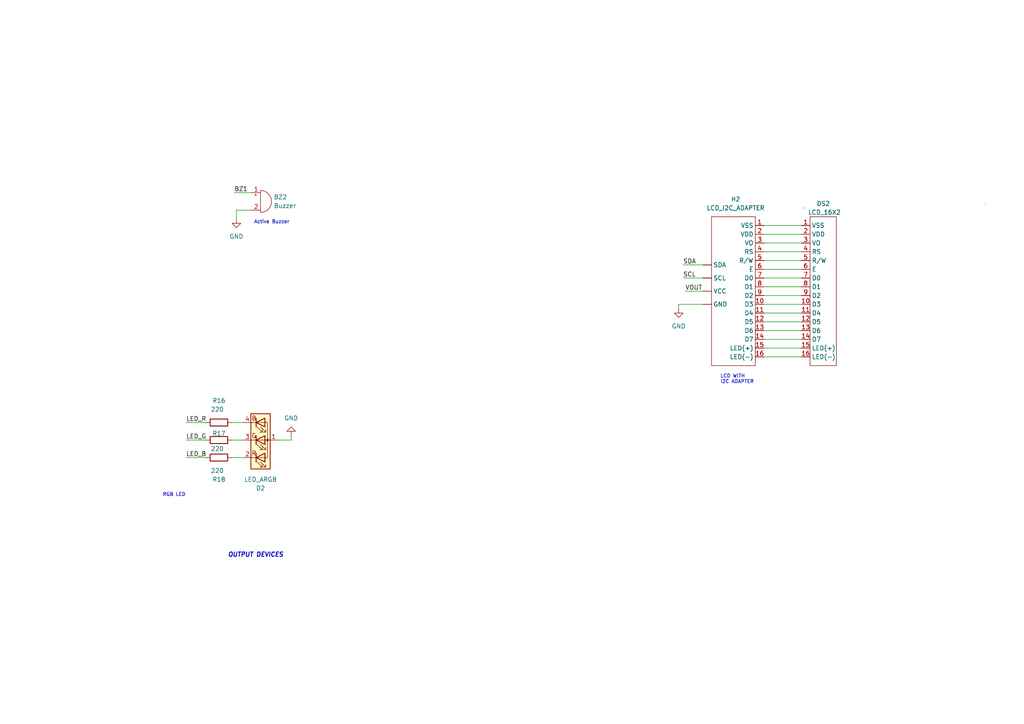
<source format=kicad_sch>
(kicad_sch (version 20211123) (generator eeschema)

  (uuid b85c3eba-edac-4af3-9846-a307b059639b)

  (paper "A4")

  (lib_symbols
    (symbol "Automated_Window:LCD_16X2" (in_bom yes) (on_board yes)
      (property "Reference" "DS?" (id 0) (at -2.54 8.89 0)
        (effects (font (size 1.27 1.27)))
      )
      (property "Value" "LCD_16X2" (id 1) (at 0 6.35 0)
        (effects (font (size 1.27 1.27)))
      )
      (property "Footprint" "" (id 2) (at 0 0 0)
        (effects (font (size 1.27 1.27)) hide)
      )
      (property "Datasheet" "" (id 3) (at 0 0 0)
        (effects (font (size 1.27 1.27)) hide)
      )
      (symbol "LCD_16X2_0_1"
        (rectangle (start -3.81 5.08) (end 3.81 -38.1)
          (stroke (width 0) (type default) (color 0 0 0 0))
          (fill (type none))
        )
        (rectangle (start 46.99 8.89) (end 46.99 8.89)
          (stroke (width 0) (type default) (color 0 0 0 0))
          (fill (type none))
        )
        (rectangle (start 46.99 8.89) (end 46.99 8.89)
          (stroke (width 0) (type default) (color 0 0 0 0))
          (fill (type background))
        )
      )
      (symbol "LCD_16X2_1_1"
        (pin input line (at -6.35 2.54 0) (length 2.54)
          (name "VSS" (effects (font (size 1.27 1.27))))
          (number "1" (effects (font (size 1.27 1.27))))
        )
        (pin input line (at -6.35 -20.32 0) (length 2.54)
          (name "D3" (effects (font (size 1.27 1.27))))
          (number "10" (effects (font (size 1.27 1.27))))
        )
        (pin input line (at -6.35 -22.86 0) (length 2.54)
          (name "D4" (effects (font (size 1.27 1.27))))
          (number "11" (effects (font (size 1.27 1.27))))
        )
        (pin input line (at -6.35 -25.4 0) (length 2.54)
          (name "D5" (effects (font (size 1.27 1.27))))
          (number "12" (effects (font (size 1.27 1.27))))
        )
        (pin input line (at -6.35 -27.94 0) (length 2.54)
          (name "D6" (effects (font (size 1.27 1.27))))
          (number "13" (effects (font (size 1.27 1.27))))
        )
        (pin input line (at -6.35 -30.48 0) (length 2.54)
          (name "D7" (effects (font (size 1.27 1.27))))
          (number "14" (effects (font (size 1.27 1.27))))
        )
        (pin input line (at -6.35 -33.02 0) (length 2.54)
          (name "LED(+)" (effects (font (size 1.27 1.27))))
          (number "15" (effects (font (size 1.27 1.27))))
        )
        (pin input line (at -6.35 -35.56 0) (length 2.54)
          (name "LED(-)" (effects (font (size 1.27 1.27))))
          (number "16" (effects (font (size 1.27 1.27))))
        )
        (pin input line (at -6.35 0 0) (length 2.54)
          (name "VDD" (effects (font (size 1.27 1.27))))
          (number "2" (effects (font (size 1.27 1.27))))
        )
        (pin input line (at -6.35 -2.54 0) (length 2.54)
          (name "VO" (effects (font (size 1.27 1.27))))
          (number "3" (effects (font (size 1.27 1.27))))
        )
        (pin input line (at -6.35 -5.08 0) (length 2.54)
          (name "RS" (effects (font (size 1.27 1.27))))
          (number "4" (effects (font (size 1.27 1.27))))
        )
        (pin input line (at -6.35 -7.62 0) (length 2.54)
          (name "R/W" (effects (font (size 1.27 1.27))))
          (number "5" (effects (font (size 1.27 1.27))))
        )
        (pin input line (at -6.35 -10.16 0) (length 2.54)
          (name "E" (effects (font (size 1.27 1.27))))
          (number "6" (effects (font (size 1.27 1.27))))
        )
        (pin input line (at -6.35 -12.7 0) (length 2.54)
          (name "D0" (effects (font (size 1.27 1.27))))
          (number "7" (effects (font (size 1.27 1.27))))
        )
        (pin input line (at -6.35 -15.24 0) (length 2.54)
          (name "D1" (effects (font (size 1.27 1.27))))
          (number "8" (effects (font (size 1.27 1.27))))
        )
        (pin input line (at -6.35 -17.78 0) (length 2.54)
          (name "D2" (effects (font (size 1.27 1.27))))
          (number "9" (effects (font (size 1.27 1.27))))
        )
      )
    )
    (symbol "Automated_Window:LCD_I2C_ADAPTER" (in_bom yes) (on_board yes)
      (property "Reference" "H?" (id 0) (at 0 20.32 0)
        (effects (font (size 1.27 1.27)))
      )
      (property "Value" "LCD_I2C_ADAPTER" (id 1) (at 0 17.78 0)
        (effects (font (size 1.27 1.27)))
      )
      (property "Footprint" "" (id 2) (at 0 0 0)
        (effects (font (size 1.27 1.27)) hide)
      )
      (property "Datasheet" "" (id 3) (at 0 0 0)
        (effects (font (size 1.27 1.27)) hide)
      )
      (symbol "LCD_I2C_ADAPTER_0_1"
        (rectangle (start -3.81 13.97) (end 8.89 -29.21)
          (stroke (width 0) (type default) (color 0 0 0 0))
          (fill (type none))
        )
        (rectangle (start 22.86 16.51) (end 22.86 16.51)
          (stroke (width 0) (type default) (color 0 0 0 0))
          (fill (type none))
        )
        (rectangle (start 22.86 16.51) (end 22.86 16.51)
          (stroke (width 0) (type default) (color 0 0 0 0))
          (fill (type none))
        )
        (rectangle (start 22.86 16.51) (end 22.86 16.51)
          (stroke (width 0) (type default) (color 0 0 0 0))
          (fill (type none))
        )
        (rectangle (start 22.86 16.51) (end 22.86 16.51)
          (stroke (width 0) (type default) (color 0 0 0 0))
          (fill (type none))
        )
      )
      (symbol "LCD_I2C_ADAPTER_1_1"
        (pin input line (at -6.35 -11.43 0) (length 2.54)
          (name "GND" (effects (font (size 1.27 1.27))))
          (number "" (effects (font (size 1.27 1.27))))
        )
        (pin input line (at -6.35 -3.81 0) (length 2.54)
          (name "SCL" (effects (font (size 1.27 1.27))))
          (number "" (effects (font (size 1.27 1.27))))
        )
        (pin input line (at -6.35 0 0) (length 2.54)
          (name "SDA" (effects (font (size 1.27 1.27))))
          (number "" (effects (font (size 1.27 1.27))))
        )
        (pin input line (at -6.35 -7.62 0) (length 2.54)
          (name "VCC" (effects (font (size 1.27 1.27))))
          (number "" (effects (font (size 1.27 1.27))))
        )
        (pin output line (at 11.43 11.43 180) (length 2.54)
          (name "VSS" (effects (font (size 1.27 1.27))))
          (number "1" (effects (font (size 1.27 1.27))))
        )
        (pin output line (at 11.43 -11.43 180) (length 2.54)
          (name "D3" (effects (font (size 1.27 1.27))))
          (number "10" (effects (font (size 1.27 1.27))))
        )
        (pin output line (at 11.43 -13.97 180) (length 2.54)
          (name "D4" (effects (font (size 1.27 1.27))))
          (number "11" (effects (font (size 1.27 1.27))))
        )
        (pin output line (at 11.43 -16.51 180) (length 2.54)
          (name "D5" (effects (font (size 1.27 1.27))))
          (number "12" (effects (font (size 1.27 1.27))))
        )
        (pin output line (at 11.43 -19.05 180) (length 2.54)
          (name "D6" (effects (font (size 1.27 1.27))))
          (number "13" (effects (font (size 1.27 1.27))))
        )
        (pin output line (at 11.43 -21.59 180) (length 2.54)
          (name "D7" (effects (font (size 1.27 1.27))))
          (number "14" (effects (font (size 1.27 1.27))))
        )
        (pin output line (at 11.43 -24.13 180) (length 2.54)
          (name "LED(+)" (effects (font (size 1.27 1.27))))
          (number "15" (effects (font (size 1.27 1.27))))
        )
        (pin output line (at 11.43 -26.67 180) (length 2.54)
          (name "LED(-)" (effects (font (size 1.27 1.27))))
          (number "16" (effects (font (size 1.27 1.27))))
        )
        (pin output line (at 11.43 8.89 180) (length 2.54)
          (name "VDD" (effects (font (size 1.27 1.27))))
          (number "2" (effects (font (size 1.27 1.27))))
        )
        (pin output line (at 11.43 6.35 180) (length 2.54)
          (name "VO" (effects (font (size 1.27 1.27))))
          (number "3" (effects (font (size 1.27 1.27))))
        )
        (pin output line (at 11.43 3.81 180) (length 2.54)
          (name "RS" (effects (font (size 1.27 1.27))))
          (number "4" (effects (font (size 1.27 1.27))))
        )
        (pin output line (at 11.43 1.27 180) (length 2.54)
          (name "R/W" (effects (font (size 1.27 1.27))))
          (number "5" (effects (font (size 1.27 1.27))))
        )
        (pin output line (at 11.43 -1.27 180) (length 2.54)
          (name "E" (effects (font (size 1.27 1.27))))
          (number "6" (effects (font (size 1.27 1.27))))
        )
        (pin output line (at 11.43 -3.81 180) (length 2.54)
          (name "D0" (effects (font (size 1.27 1.27))))
          (number "7" (effects (font (size 1.27 1.27))))
        )
        (pin output line (at 11.43 -6.35 180) (length 2.54)
          (name "D1" (effects (font (size 1.27 1.27))))
          (number "8" (effects (font (size 1.27 1.27))))
        )
        (pin output line (at 11.43 -8.89 180) (length 2.54)
          (name "D2" (effects (font (size 1.27 1.27))))
          (number "9" (effects (font (size 1.27 1.27))))
        )
      )
    )
    (symbol "Device:Buzzer" (pin_names (offset 0.0254) hide) (in_bom yes) (on_board yes)
      (property "Reference" "BZ" (id 0) (at 3.81 1.27 0)
        (effects (font (size 1.27 1.27)) (justify left))
      )
      (property "Value" "Buzzer" (id 1) (at 3.81 -1.27 0)
        (effects (font (size 1.27 1.27)) (justify left))
      )
      (property "Footprint" "" (id 2) (at -0.635 2.54 90)
        (effects (font (size 1.27 1.27)) hide)
      )
      (property "Datasheet" "~" (id 3) (at -0.635 2.54 90)
        (effects (font (size 1.27 1.27)) hide)
      )
      (property "ki_keywords" "quartz resonator ceramic" (id 4) (at 0 0 0)
        (effects (font (size 1.27 1.27)) hide)
      )
      (property "ki_description" "Buzzer, polarized" (id 5) (at 0 0 0)
        (effects (font (size 1.27 1.27)) hide)
      )
      (property "ki_fp_filters" "*Buzzer*" (id 6) (at 0 0 0)
        (effects (font (size 1.27 1.27)) hide)
      )
      (symbol "Buzzer_0_1"
        (arc (start 0 -3.175) (mid 3.175 0) (end 0 3.175)
          (stroke (width 0) (type default) (color 0 0 0 0))
          (fill (type none))
        )
        (polyline
          (pts
            (xy -1.651 1.905)
            (xy -1.143 1.905)
          )
          (stroke (width 0) (type default) (color 0 0 0 0))
          (fill (type none))
        )
        (polyline
          (pts
            (xy -1.397 2.159)
            (xy -1.397 1.651)
          )
          (stroke (width 0) (type default) (color 0 0 0 0))
          (fill (type none))
        )
        (polyline
          (pts
            (xy 0 3.175)
            (xy 0 -3.175)
          )
          (stroke (width 0) (type default) (color 0 0 0 0))
          (fill (type none))
        )
      )
      (symbol "Buzzer_1_1"
        (pin passive line (at -2.54 2.54 0) (length 2.54)
          (name "-" (effects (font (size 1.27 1.27))))
          (number "1" (effects (font (size 1.27 1.27))))
        )
        (pin passive line (at -2.54 -2.54 0) (length 2.54)
          (name "+" (effects (font (size 1.27 1.27))))
          (number "2" (effects (font (size 1.27 1.27))))
        )
      )
    )
    (symbol "Device:LED_ARGB" (pin_names (offset 0) hide) (in_bom yes) (on_board yes)
      (property "Reference" "D" (id 0) (at 0 9.398 0)
        (effects (font (size 1.27 1.27)))
      )
      (property "Value" "LED_ARGB" (id 1) (at 0 -8.89 0)
        (effects (font (size 1.27 1.27)))
      )
      (property "Footprint" "" (id 2) (at 0 -1.27 0)
        (effects (font (size 1.27 1.27)) hide)
      )
      (property "Datasheet" "~" (id 3) (at 0 -1.27 0)
        (effects (font (size 1.27 1.27)) hide)
      )
      (property "ki_keywords" "LED RGB diode" (id 4) (at 0 0 0)
        (effects (font (size 1.27 1.27)) hide)
      )
      (property "ki_description" "RGB LED, anode/red/green/blue" (id 5) (at 0 0 0)
        (effects (font (size 1.27 1.27)) hide)
      )
      (property "ki_fp_filters" "LED* LED_SMD:* LED_THT:*" (id 6) (at 0 0 0)
        (effects (font (size 1.27 1.27)) hide)
      )
      (symbol "LED_ARGB_0_0"
        (text "B" (at -1.905 -6.35 0)
          (effects (font (size 1.27 1.27)))
        )
        (text "G" (at -1.905 -1.27 0)
          (effects (font (size 1.27 1.27)))
        )
        (text "R" (at -1.905 3.81 0)
          (effects (font (size 1.27 1.27)))
        )
      )
      (symbol "LED_ARGB_0_1"
        (polyline
          (pts
            (xy -1.27 -5.08)
            (xy -2.54 -5.08)
          )
          (stroke (width 0) (type default) (color 0 0 0 0))
          (fill (type none))
        )
        (polyline
          (pts
            (xy -1.27 -5.08)
            (xy 1.27 -5.08)
          )
          (stroke (width 0) (type default) (color 0 0 0 0))
          (fill (type none))
        )
        (polyline
          (pts
            (xy -1.27 -3.81)
            (xy -1.27 -6.35)
          )
          (stroke (width 0.254) (type default) (color 0 0 0 0))
          (fill (type none))
        )
        (polyline
          (pts
            (xy -1.27 0)
            (xy -2.54 0)
          )
          (stroke (width 0) (type default) (color 0 0 0 0))
          (fill (type none))
        )
        (polyline
          (pts
            (xy -1.27 1.27)
            (xy -1.27 -1.27)
          )
          (stroke (width 0.254) (type default) (color 0 0 0 0))
          (fill (type none))
        )
        (polyline
          (pts
            (xy -1.27 5.08)
            (xy -2.54 5.08)
          )
          (stroke (width 0) (type default) (color 0 0 0 0))
          (fill (type none))
        )
        (polyline
          (pts
            (xy -1.27 5.08)
            (xy 1.27 5.08)
          )
          (stroke (width 0) (type default) (color 0 0 0 0))
          (fill (type none))
        )
        (polyline
          (pts
            (xy -1.27 6.35)
            (xy -1.27 3.81)
          )
          (stroke (width 0.254) (type default) (color 0 0 0 0))
          (fill (type none))
        )
        (polyline
          (pts
            (xy 1.27 0)
            (xy -1.27 0)
          )
          (stroke (width 0) (type default) (color 0 0 0 0))
          (fill (type none))
        )
        (polyline
          (pts
            (xy 1.27 0)
            (xy 2.54 0)
          )
          (stroke (width 0) (type default) (color 0 0 0 0))
          (fill (type none))
        )
        (polyline
          (pts
            (xy -1.27 1.27)
            (xy -1.27 -1.27)
            (xy -1.27 -1.27)
          )
          (stroke (width 0) (type default) (color 0 0 0 0))
          (fill (type none))
        )
        (polyline
          (pts
            (xy -1.27 6.35)
            (xy -1.27 3.81)
            (xy -1.27 3.81)
          )
          (stroke (width 0) (type default) (color 0 0 0 0))
          (fill (type none))
        )
        (polyline
          (pts
            (xy 1.27 -5.08)
            (xy 2.032 -5.08)
            (xy 2.032 5.08)
            (xy 1.27 5.08)
          )
          (stroke (width 0) (type default) (color 0 0 0 0))
          (fill (type none))
        )
        (polyline
          (pts
            (xy 1.27 -3.81)
            (xy 1.27 -6.35)
            (xy -1.27 -5.08)
            (xy 1.27 -3.81)
          )
          (stroke (width 0.254) (type default) (color 0 0 0 0))
          (fill (type none))
        )
        (polyline
          (pts
            (xy 1.27 1.27)
            (xy 1.27 -1.27)
            (xy -1.27 0)
            (xy 1.27 1.27)
          )
          (stroke (width 0.254) (type default) (color 0 0 0 0))
          (fill (type none))
        )
        (polyline
          (pts
            (xy 1.27 6.35)
            (xy 1.27 3.81)
            (xy -1.27 5.08)
            (xy 1.27 6.35)
          )
          (stroke (width 0.254) (type default) (color 0 0 0 0))
          (fill (type none))
        )
        (polyline
          (pts
            (xy -1.016 -3.81)
            (xy 0.508 -2.286)
            (xy -0.254 -2.286)
            (xy 0.508 -2.286)
            (xy 0.508 -3.048)
          )
          (stroke (width 0) (type default) (color 0 0 0 0))
          (fill (type none))
        )
        (polyline
          (pts
            (xy -1.016 1.27)
            (xy 0.508 2.794)
            (xy -0.254 2.794)
            (xy 0.508 2.794)
            (xy 0.508 2.032)
          )
          (stroke (width 0) (type default) (color 0 0 0 0))
          (fill (type none))
        )
        (polyline
          (pts
            (xy -1.016 6.35)
            (xy 0.508 7.874)
            (xy -0.254 7.874)
            (xy 0.508 7.874)
            (xy 0.508 7.112)
          )
          (stroke (width 0) (type default) (color 0 0 0 0))
          (fill (type none))
        )
        (polyline
          (pts
            (xy 0 -3.81)
            (xy 1.524 -2.286)
            (xy 0.762 -2.286)
            (xy 1.524 -2.286)
            (xy 1.524 -3.048)
          )
          (stroke (width 0) (type default) (color 0 0 0 0))
          (fill (type none))
        )
        (polyline
          (pts
            (xy 0 1.27)
            (xy 1.524 2.794)
            (xy 0.762 2.794)
            (xy 1.524 2.794)
            (xy 1.524 2.032)
          )
          (stroke (width 0) (type default) (color 0 0 0 0))
          (fill (type none))
        )
        (polyline
          (pts
            (xy 0 6.35)
            (xy 1.524 7.874)
            (xy 0.762 7.874)
            (xy 1.524 7.874)
            (xy 1.524 7.112)
          )
          (stroke (width 0) (type default) (color 0 0 0 0))
          (fill (type none))
        )
        (rectangle (start 1.27 -1.27) (end 1.27 1.27)
          (stroke (width 0) (type default) (color 0 0 0 0))
          (fill (type none))
        )
        (rectangle (start 1.27 1.27) (end 1.27 1.27)
          (stroke (width 0) (type default) (color 0 0 0 0))
          (fill (type none))
        )
        (rectangle (start 1.27 3.81) (end 1.27 6.35)
          (stroke (width 0) (type default) (color 0 0 0 0))
          (fill (type none))
        )
        (rectangle (start 1.27 6.35) (end 1.27 6.35)
          (stroke (width 0) (type default) (color 0 0 0 0))
          (fill (type none))
        )
        (circle (center 2.032 0) (radius 0.254)
          (stroke (width 0) (type default) (color 0 0 0 0))
          (fill (type outline))
        )
        (rectangle (start 2.794 8.382) (end -2.794 -7.62)
          (stroke (width 0.254) (type default) (color 0 0 0 0))
          (fill (type background))
        )
      )
      (symbol "LED_ARGB_1_1"
        (pin passive line (at 5.08 0 180) (length 2.54)
          (name "A" (effects (font (size 1.27 1.27))))
          (number "1" (effects (font (size 1.27 1.27))))
        )
        (pin passive line (at -5.08 5.08 0) (length 2.54)
          (name "RK" (effects (font (size 1.27 1.27))))
          (number "2" (effects (font (size 1.27 1.27))))
        )
        (pin passive line (at -5.08 0 0) (length 2.54)
          (name "GK" (effects (font (size 1.27 1.27))))
          (number "3" (effects (font (size 1.27 1.27))))
        )
        (pin passive line (at -5.08 -5.08 0) (length 2.54)
          (name "BK" (effects (font (size 1.27 1.27))))
          (number "4" (effects (font (size 1.27 1.27))))
        )
      )
    )
    (symbol "Device:R" (pin_numbers hide) (pin_names (offset 0)) (in_bom yes) (on_board yes)
      (property "Reference" "R" (id 0) (at 2.032 0 90)
        (effects (font (size 1.27 1.27)))
      )
      (property "Value" "R" (id 1) (at 0 0 90)
        (effects (font (size 1.27 1.27)))
      )
      (property "Footprint" "" (id 2) (at -1.778 0 90)
        (effects (font (size 1.27 1.27)) hide)
      )
      (property "Datasheet" "~" (id 3) (at 0 0 0)
        (effects (font (size 1.27 1.27)) hide)
      )
      (property "ki_keywords" "R res resistor" (id 4) (at 0 0 0)
        (effects (font (size 1.27 1.27)) hide)
      )
      (property "ki_description" "Resistor" (id 5) (at 0 0 0)
        (effects (font (size 1.27 1.27)) hide)
      )
      (property "ki_fp_filters" "R_*" (id 6) (at 0 0 0)
        (effects (font (size 1.27 1.27)) hide)
      )
      (symbol "R_0_1"
        (rectangle (start -1.016 -2.54) (end 1.016 2.54)
          (stroke (width 0.254) (type default) (color 0 0 0 0))
          (fill (type none))
        )
      )
      (symbol "R_1_1"
        (pin passive line (at 0 3.81 270) (length 1.27)
          (name "~" (effects (font (size 1.27 1.27))))
          (number "1" (effects (font (size 1.27 1.27))))
        )
        (pin passive line (at 0 -3.81 90) (length 1.27)
          (name "~" (effects (font (size 1.27 1.27))))
          (number "2" (effects (font (size 1.27 1.27))))
        )
      )
    )
    (symbol "power:GND" (power) (pin_names (offset 0)) (in_bom yes) (on_board yes)
      (property "Reference" "#PWR" (id 0) (at 0 -6.35 0)
        (effects (font (size 1.27 1.27)) hide)
      )
      (property "Value" "GND" (id 1) (at 0 -3.81 0)
        (effects (font (size 1.27 1.27)))
      )
      (property "Footprint" "" (id 2) (at 0 0 0)
        (effects (font (size 1.27 1.27)) hide)
      )
      (property "Datasheet" "" (id 3) (at 0 0 0)
        (effects (font (size 1.27 1.27)) hide)
      )
      (property "ki_keywords" "power-flag" (id 4) (at 0 0 0)
        (effects (font (size 1.27 1.27)) hide)
      )
      (property "ki_description" "Power symbol creates a global label with name \"GND\" , ground" (id 5) (at 0 0 0)
        (effects (font (size 1.27 1.27)) hide)
      )
      (symbol "GND_0_1"
        (polyline
          (pts
            (xy 0 0)
            (xy 0 -1.27)
            (xy 1.27 -1.27)
            (xy 0 -2.54)
            (xy -1.27 -1.27)
            (xy 0 -1.27)
          )
          (stroke (width 0) (type default) (color 0 0 0 0))
          (fill (type none))
        )
      )
      (symbol "GND_1_1"
        (pin power_in line (at 0 0 270) (length 0) hide
          (name "GND" (effects (font (size 1.27 1.27))))
          (number "1" (effects (font (size 1.27 1.27))))
        )
      )
    )
  )


  (wire (pts (xy 221.615 67.945) (xy 232.41 67.945))
    (stroke (width 0) (type default) (color 0 0 0 0))
    (uuid 05d4ae34-c5af-451d-8971-e2d780971ea5)
  )
  (wire (pts (xy 70.485 127.635) (xy 67.31 127.635))
    (stroke (width 0) (type default) (color 0 0 0 0))
    (uuid 06252afd-8fc3-42ea-91b1-f562ec0cd052)
  )
  (wire (pts (xy 221.615 103.505) (xy 232.41 103.505))
    (stroke (width 0) (type default) (color 0 0 0 0))
    (uuid 1121d814-2e18-4cb5-b3d0-6d963326d8ae)
  )
  (wire (pts (xy 198.755 84.455) (xy 203.835 84.455))
    (stroke (width 0) (type default) (color 0 0 0 0))
    (uuid 151f0dcb-4a4a-4eef-ae35-1af684b2169d)
  )
  (wire (pts (xy 59.69 127.635) (xy 53.975 127.635))
    (stroke (width 0) (type default) (color 0 0 0 0))
    (uuid 173fc365-e454-4b23-971a-c7d44983a95e)
  )
  (wire (pts (xy 221.615 83.185) (xy 232.41 83.185))
    (stroke (width 0) (type default) (color 0 0 0 0))
    (uuid 18e05207-3c5f-4ff2-b1e4-0b5a7b94f507)
  )
  (wire (pts (xy 221.615 90.805) (xy 232.41 90.805))
    (stroke (width 0) (type default) (color 0 0 0 0))
    (uuid 2da4c383-4000-412e-98fa-22670a9b522b)
  )
  (wire (pts (xy 221.615 80.645) (xy 232.41 80.645))
    (stroke (width 0) (type default) (color 0 0 0 0))
    (uuid 355ee9ba-6a3f-4a0c-9c91-564e165a97f9)
  )
  (wire (pts (xy 221.615 95.885) (xy 232.41 95.885))
    (stroke (width 0) (type default) (color 0 0 0 0))
    (uuid 4ff49dea-5308-433c-baef-9c36ef0facc5)
  )
  (wire (pts (xy 221.615 100.965) (xy 232.41 100.965))
    (stroke (width 0) (type default) (color 0 0 0 0))
    (uuid 5b647e2d-c494-4c98-8ede-897622927330)
  )
  (wire (pts (xy 70.485 132.715) (xy 67.31 132.715))
    (stroke (width 0) (type default) (color 0 0 0 0))
    (uuid 62902ae2-08d8-4dcc-a0ba-63309c04a97f)
  )
  (wire (pts (xy 221.615 70.485) (xy 232.41 70.485))
    (stroke (width 0) (type default) (color 0 0 0 0))
    (uuid 64300675-8ae6-4a38-8491-b7d6c79bafa9)
  )
  (wire (pts (xy 84.455 127.635) (xy 84.455 126.365))
    (stroke (width 0) (type default) (color 0 0 0 0))
    (uuid 6a4182eb-63c3-4d3f-936d-b1b071ae8c09)
  )
  (wire (pts (xy 221.615 98.425) (xy 232.41 98.425))
    (stroke (width 0) (type default) (color 0 0 0 0))
    (uuid 6dec0357-a1f7-4a7e-96bd-63a4ed2f3ee9)
  )
  (wire (pts (xy 68.58 60.96) (xy 73.025 60.96))
    (stroke (width 0) (type default) (color 0 0 0 0))
    (uuid 77d60a6e-da17-4867-9957-e0e0423d1afd)
  )
  (wire (pts (xy 221.615 85.725) (xy 232.41 85.725))
    (stroke (width 0) (type default) (color 0 0 0 0))
    (uuid 7d970060-676e-4316-aa4d-42bd26253f5b)
  )
  (wire (pts (xy 221.615 88.265) (xy 232.41 88.265))
    (stroke (width 0) (type default) (color 0 0 0 0))
    (uuid 85f477e3-7c17-4cbf-a9f6-0f7671217b1f)
  )
  (wire (pts (xy 221.615 75.565) (xy 232.41 75.565))
    (stroke (width 0) (type default) (color 0 0 0 0))
    (uuid 879ce47f-2f84-4e9c-ae57-d3cee9620d93)
  )
  (wire (pts (xy 198.12 80.645) (xy 203.835 80.645))
    (stroke (width 0) (type default) (color 0 0 0 0))
    (uuid 8bac4df4-a878-44a6-b2c8-135612a3088f)
  )
  (wire (pts (xy 80.645 127.635) (xy 84.455 127.635))
    (stroke (width 0) (type default) (color 0 0 0 0))
    (uuid a65072e9-2ffa-48b3-bf78-f0bf947095bf)
  )
  (wire (pts (xy 221.615 93.345) (xy 232.41 93.345))
    (stroke (width 0) (type default) (color 0 0 0 0))
    (uuid bb8b6869-cd80-4bee-8540-e9679b5d403c)
  )
  (wire (pts (xy 67.945 55.88) (xy 73.025 55.88))
    (stroke (width 0) (type default) (color 0 0 0 0))
    (uuid c069a74a-20fa-4126-ac47-59009708ee60)
  )
  (wire (pts (xy 198.12 76.835) (xy 203.835 76.835))
    (stroke (width 0) (type default) (color 0 0 0 0))
    (uuid c49e9e19-c57b-42d1-8674-b47b4d105f63)
  )
  (wire (pts (xy 196.85 88.265) (xy 196.85 89.535))
    (stroke (width 0) (type default) (color 0 0 0 0))
    (uuid c5f8e4d9-0482-4fcd-8113-fc865da02ea3)
  )
  (wire (pts (xy 196.85 88.265) (xy 203.835 88.265))
    (stroke (width 0) (type default) (color 0 0 0 0))
    (uuid cd730ec5-143c-4c01-83bd-d36f2048be0c)
  )
  (wire (pts (xy 59.69 122.555) (xy 53.975 122.555))
    (stroke (width 0) (type default) (color 0 0 0 0))
    (uuid d38a374d-6383-41cc-8496-4ff432c1002b)
  )
  (wire (pts (xy 221.615 73.025) (xy 232.41 73.025))
    (stroke (width 0) (type default) (color 0 0 0 0))
    (uuid d873824b-2441-493b-80b7-f2c84952a69c)
  )
  (wire (pts (xy 68.58 63.5) (xy 68.58 60.96))
    (stroke (width 0) (type default) (color 0 0 0 0))
    (uuid e5bfd807-bf8d-4d6c-b74d-5971d0fc0257)
  )
  (wire (pts (xy 59.69 132.715) (xy 53.975 132.715))
    (stroke (width 0) (type default) (color 0 0 0 0))
    (uuid f2248ab3-f76c-47e7-bf60-3947c114dd65)
  )
  (wire (pts (xy 221.615 65.405) (xy 232.41 65.405))
    (stroke (width 0) (type default) (color 0 0 0 0))
    (uuid f23d045f-7e64-49a0-8831-bf8d914a7ed6)
  )
  (wire (pts (xy 221.615 78.105) (xy 232.41 78.105))
    (stroke (width 0) (type default) (color 0 0 0 0))
    (uuid f41185aa-f850-431c-afc6-0233b0b75414)
  )
  (wire (pts (xy 67.31 122.555) (xy 70.485 122.555))
    (stroke (width 0) (type default) (color 0 0 0 0))
    (uuid fe3aa654-afd2-4fee-9f95-6fadbc4c4040)
  )

  (text "LCD WITH \nI2C ADAPTER\n\n" (at 208.915 113.03 0)
    (effects (font (size 1 1)) (justify left bottom))
    (uuid 299a7423-0ccd-4718-a865-a1e0fa75fedc)
  )
  (text "OUTPUT DEVICES\n\n" (at 66.04 163.83 0)
    (effects (font (size 1.27 1.27) (thickness 0.254) bold italic) (justify left bottom))
    (uuid 32f01e83-82af-4d2c-b282-0db5da1faeb8)
  )
  (text "RGB LED					" (at 71.12 144.145 180)
    (effects (font (size 1 1)) (justify right bottom))
    (uuid 4dcac507-7056-424a-a981-ca1fbd3600bf)
  )
  (text "Active Buzzer\n\n" (at 73.66 66.675 0)
    (effects (font (size 1 1)) (justify left bottom))
    (uuid a2a1fe21-cf73-4002-84f9-6f01d806f987)
  )

  (label "LED_R" (at 53.975 122.555 0)
    (effects (font (size 1.27 1.27)) (justify left bottom))
    (uuid 384ff5bb-c476-4bc9-ae48-6ec2e6a82419)
  )
  (label "LED_B" (at 53.975 132.715 0)
    (effects (font (size 1.27 1.27)) (justify left bottom))
    (uuid 5072a950-c162-4239-873d-24e3762e417f)
  )
  (label "SDA" (at 198.12 76.835 0)
    (effects (font (size 1.27 1.27)) (justify left bottom))
    (uuid 583befb8-3876-40b4-a04f-d38e02970bd0)
  )
  (label "BZ1" (at 67.945 55.88 0)
    (effects (font (size 1.27 1.27)) (justify left bottom))
    (uuid 8ca4a378-3c18-4bfe-adf0-e91b2a1f30c7)
  )
  (label "VOUT" (at 198.755 84.455 0)
    (effects (font (size 1.27 1.27)) (justify left bottom))
    (uuid ab291340-5ac9-41d0-96f9-d2ae0c442599)
  )
  (label "SCL" (at 198.12 80.645 0)
    (effects (font (size 1.27 1.27)) (justify left bottom))
    (uuid b3d33940-f10a-42f5-9bdc-ed82c3c301f5)
  )
  (label "LED_G" (at 53.975 127.635 0)
    (effects (font (size 1.27 1.27)) (justify left bottom))
    (uuid d2471694-2902-4fa0-9e93-06f594d1b6ca)
  )

  (symbol (lib_id "Device:R") (at 63.5 127.635 270) (mirror x) (unit 1)
    (in_bom yes) (on_board yes)
    (uuid 0962f998-4f2d-4716-95dc-f83dfbf97a56)
    (property "Reference" "R17" (id 0) (at 63.5 125.73 90))
    (property "Value" "220 " (id 1) (at 63.5 130.175 90))
    (property "Footprint" "Resistor_THT:R_Box_L13.0mm_W4.0mm_P9.00mm" (id 2) (at 63.5 129.413 90)
      (effects (font (size 1.27 1.27)) hide)
    )
    (property "Datasheet" "~" (id 3) (at 63.5 127.635 0)
      (effects (font (size 1.27 1.27)) hide)
    )
    (pin "1" (uuid a43d78e5-7c37-41c5-8d15-4e6ff34dee24))
    (pin "2" (uuid 1b3b0f8f-c821-495a-8a9e-fa7cb168895c))
  )

  (symbol (lib_id "Device:R") (at 63.5 122.555 90) (unit 1)
    (in_bom yes) (on_board yes) (fields_autoplaced)
    (uuid 14767907-ba0e-444b-84f9-7e13d36a84fb)
    (property "Reference" "R16" (id 0) (at 63.5 116.205 90))
    (property "Value" "220 " (id 1) (at 63.5 118.745 90))
    (property "Footprint" "Resistor_THT:R_Box_L13.0mm_W4.0mm_P9.00mm" (id 2) (at 63.5 124.333 90)
      (effects (font (size 1.27 1.27)) hide)
    )
    (property "Datasheet" "~" (id 3) (at 63.5 122.555 0)
      (effects (font (size 1.27 1.27)) hide)
    )
    (pin "1" (uuid e18f4292-64f7-44e1-b28b-785053f0dc6c))
    (pin "2" (uuid 4bd7ae9e-4985-4518-aab8-6dc09a7e861e))
  )

  (symbol (lib_id "Device:R") (at 63.5 132.715 270) (mirror x) (unit 1)
    (in_bom yes) (on_board yes)
    (uuid 1c8a95ac-bef2-45b4-bd74-c98b5d37b87f)
    (property "Reference" "R18" (id 0) (at 63.5 139.065 90))
    (property "Value" "220 " (id 1) (at 63.5 136.525 90))
    (property "Footprint" "Resistor_THT:R_Box_L13.0mm_W4.0mm_P9.00mm" (id 2) (at 63.5 134.493 90)
      (effects (font (size 1.27 1.27)) hide)
    )
    (property "Datasheet" "~" (id 3) (at 63.5 132.715 0)
      (effects (font (size 1.27 1.27)) hide)
    )
    (pin "1" (uuid 70467bae-2615-481a-a2da-a861eb3a4114))
    (pin "2" (uuid a34f830c-f0b2-41e4-95f1-da6871db9ba5))
  )

  (symbol (lib_id "Automated_Window:LCD_I2C_ADAPTER") (at 210.185 76.835 0) (unit 1)
    (in_bom yes) (on_board yes)
    (uuid 281bc13c-a821-4cc7-a3ff-5d36a0e757d7)
    (property "Reference" "H2" (id 0) (at 213.36 57.785 0))
    (property "Value" "LCD_I2C_ADAPTER" (id 1) (at 213.36 60.325 0))
    (property "Footprint" "" (id 2) (at 210.185 76.835 0)
      (effects (font (size 1.27 1.27)) hide)
    )
    (property "Datasheet" "" (id 3) (at 210.185 76.835 0)
      (effects (font (size 1.27 1.27)) hide)
    )
    (pin "" (uuid 47a4f01e-b6c4-4dd5-a4e1-98df1e969786))
    (pin "" (uuid 47a4f01e-b6c4-4dd5-a4e1-98df1e969786))
    (pin "" (uuid 47a4f01e-b6c4-4dd5-a4e1-98df1e969786))
    (pin "" (uuid 47a4f01e-b6c4-4dd5-a4e1-98df1e969786))
    (pin "1" (uuid 29314d3f-0173-4638-817d-9a00afe584e1))
    (pin "10" (uuid e7225fed-709f-4390-8bd9-554b3a8e1757))
    (pin "11" (uuid be7336be-780e-4fec-ad40-c36b8e5bc239))
    (pin "12" (uuid c409cd61-69c2-4487-9e53-410941b52c30))
    (pin "13" (uuid 7030ce87-b16b-4cf6-9650-95621218c0a9))
    (pin "14" (uuid ab30b13f-2ee7-4221-9496-0c7c8300a139))
    (pin "15" (uuid d9e8bf9e-1b02-4c45-8415-a2331605812d))
    (pin "16" (uuid 826363bf-d7e9-4b43-85d2-7a43eed73883))
    (pin "2" (uuid 428c266c-1259-4184-8dcb-3e5776eead19))
    (pin "3" (uuid b766d681-4cca-4f86-a332-ddadfa2009b1))
    (pin "4" (uuid 78946039-7af4-4b0a-95a5-8ff3366487ed))
    (pin "5" (uuid a9154459-e481-4bfd-864b-367c0e759231))
    (pin "6" (uuid 022ac166-6d80-43c9-9f30-5784fcd2ecef))
    (pin "7" (uuid e3ed747c-ac72-4b46-ae3e-d74ee2f7629d))
    (pin "8" (uuid 5a16d876-ce05-414e-9568-19d6e80ea908))
    (pin "9" (uuid fdef3102-131f-4a1e-998d-8631c491569c))
  )

  (symbol (lib_id "power:GND") (at 196.85 89.535 0) (unit 1)
    (in_bom yes) (on_board yes) (fields_autoplaced)
    (uuid 4fba1211-3b30-493b-9227-fe748f0009b4)
    (property "Reference" "#PWR030" (id 0) (at 196.85 95.885 0)
      (effects (font (size 1.27 1.27)) hide)
    )
    (property "Value" "GND" (id 1) (at 196.85 94.615 0))
    (property "Footprint" "" (id 2) (at 196.85 89.535 0)
      (effects (font (size 1.27 1.27)) hide)
    )
    (property "Datasheet" "" (id 3) (at 196.85 89.535 0)
      (effects (font (size 1.27 1.27)) hide)
    )
    (pin "1" (uuid 13a6d7a3-ad6e-488e-8d8e-21aaeeaceee1))
  )

  (symbol (lib_id "Device:LED_ARGB") (at 75.565 127.635 0) (mirror x) (unit 1)
    (in_bom yes) (on_board yes) (fields_autoplaced)
    (uuid 588a8a59-e2d7-4b19-87d9-03c0405dd51e)
    (property "Reference" "D2" (id 0) (at 75.565 141.605 0))
    (property "Value" "LED_ARGB" (id 1) (at 75.565 139.065 0))
    (property "Footprint" "LED_THT:LED_D5.0mm-4_RGB" (id 2) (at 75.565 126.365 0)
      (effects (font (size 1.27 1.27)) hide)
    )
    (property "Datasheet" "~" (id 3) (at 75.565 126.365 0)
      (effects (font (size 1.27 1.27)) hide)
    )
    (pin "1" (uuid 5518292d-cc3c-4ec5-a463-38512f683364))
    (pin "2" (uuid 01ae0749-fb23-4840-8a63-b3a9861d5ab8))
    (pin "3" (uuid e97ff374-d80e-4fe6-9aae-904dd293a3de))
    (pin "4" (uuid 747c6641-8dcb-4ee8-a373-60074fe35983))
  )

  (symbol (lib_id "Device:Buzzer") (at 75.565 58.42 0) (unit 1)
    (in_bom yes) (on_board yes) (fields_autoplaced)
    (uuid 7b5c62cb-e57b-43d4-b710-e7d1c2d087ec)
    (property "Reference" "BZ2" (id 0) (at 79.375 57.1499 0)
      (effects (font (size 1.27 1.27)) (justify left))
    )
    (property "Value" "Buzzer" (id 1) (at 79.375 59.6899 0)
      (effects (font (size 1.27 1.27)) (justify left))
    )
    (property "Footprint" "Buzzer_Beeper:Buzzer_12x9.5RM7.6" (id 2) (at 74.93 55.88 90)
      (effects (font (size 1.27 1.27)) hide)
    )
    (property "Datasheet" "~" (id 3) (at 74.93 55.88 90)
      (effects (font (size 1.27 1.27)) hide)
    )
    (pin "1" (uuid 264d0579-6c17-4d7a-aafd-a948bc68cdb4))
    (pin "2" (uuid d5660454-2268-4543-87d8-3ae32ec7195e))
  )

  (symbol (lib_id "power:GND") (at 84.455 126.365 0) (mirror x) (unit 1)
    (in_bom yes) (on_board yes) (fields_autoplaced)
    (uuid e6744641-bd96-4791-a0b1-812bafde4cfd)
    (property "Reference" "#PWR031" (id 0) (at 84.455 120.015 0)
      (effects (font (size 1.27 1.27)) hide)
    )
    (property "Value" "GND" (id 1) (at 84.455 121.285 0))
    (property "Footprint" "" (id 2) (at 84.455 126.365 0)
      (effects (font (size 1.27 1.27)) hide)
    )
    (property "Datasheet" "" (id 3) (at 84.455 126.365 0)
      (effects (font (size 1.27 1.27)) hide)
    )
    (pin "1" (uuid 57a5c2d7-d4c5-45f0-9ed9-4ccfadaab1ae))
  )

  (symbol (lib_id "Automated_Window:LCD_16X2") (at 238.76 67.945 0) (unit 1)
    (in_bom yes) (on_board yes)
    (uuid eb147f36-6be3-4e33-a3b3-200e72a3896e)
    (property "Reference" "DS2" (id 0) (at 236.855 59.055 0)
      (effects (font (size 1.27 1.27)) (justify left))
    )
    (property "Value" "LCD_16X2" (id 1) (at 234.315 61.595 0)
      (effects (font (size 1.27 1.27)) (justify left))
    )
    (property "Footprint" "" (id 2) (at 238.76 67.945 0)
      (effects (font (size 1.27 1.27)) hide)
    )
    (property "Datasheet" "" (id 3) (at 238.76 67.945 0)
      (effects (font (size 1.27 1.27)) hide)
    )
    (pin "1" (uuid b2f40148-66c6-47ca-8d88-d95bd63ee1f5))
    (pin "10" (uuid 8eb03ed2-213f-498b-b2ec-8432770836c4))
    (pin "11" (uuid c64d790c-319a-4d6a-abcd-29769aa22b89))
    (pin "12" (uuid 38125360-946b-43e8-a163-063edd75fd89))
    (pin "13" (uuid e7cf3cbe-b4ac-4332-b384-ada60408b887))
    (pin "14" (uuid 4f53b542-e8df-4139-a09a-16c3946d35fd))
    (pin "15" (uuid 6d775fc3-b99a-41de-9972-7a0cf3760bdd))
    (pin "16" (uuid 85ed5fc9-e83b-4a12-80c8-ad1e195786fa))
    (pin "2" (uuid c29827bc-5ce3-479a-9f99-d196b3a795cc))
    (pin "3" (uuid 567e90c0-36bc-43f5-928b-f603c371a136))
    (pin "4" (uuid 54d5fb7a-495b-4a67-9ea5-8c25e059c48b))
    (pin "5" (uuid f7b537a9-0831-42ad-a9d0-3001690fcf25))
    (pin "6" (uuid 678ec04c-812a-480d-bcb0-b46fafe52057))
    (pin "7" (uuid 0c474bdc-07dc-4fa9-9a05-0fe3c596e9cd))
    (pin "8" (uuid 82f6cc93-27ae-4799-a037-e09254ee4365))
    (pin "9" (uuid 430786a2-3271-46fb-94b5-5458815d79fb))
  )

  (symbol (lib_id "power:GND") (at 68.58 63.5 0) (unit 1)
    (in_bom yes) (on_board yes) (fields_autoplaced)
    (uuid fea11191-0215-4869-b96b-db9875a6e611)
    (property "Reference" "#PWR029" (id 0) (at 68.58 69.85 0)
      (effects (font (size 1.27 1.27)) hide)
    )
    (property "Value" "GND" (id 1) (at 68.58 68.58 0))
    (property "Footprint" "" (id 2) (at 68.58 63.5 0)
      (effects (font (size 1.27 1.27)) hide)
    )
    (property "Datasheet" "" (id 3) (at 68.58 63.5 0)
      (effects (font (size 1.27 1.27)) hide)
    )
    (pin "1" (uuid e0241d05-93f0-494f-b84f-a044311b968e))
  )
)

</source>
